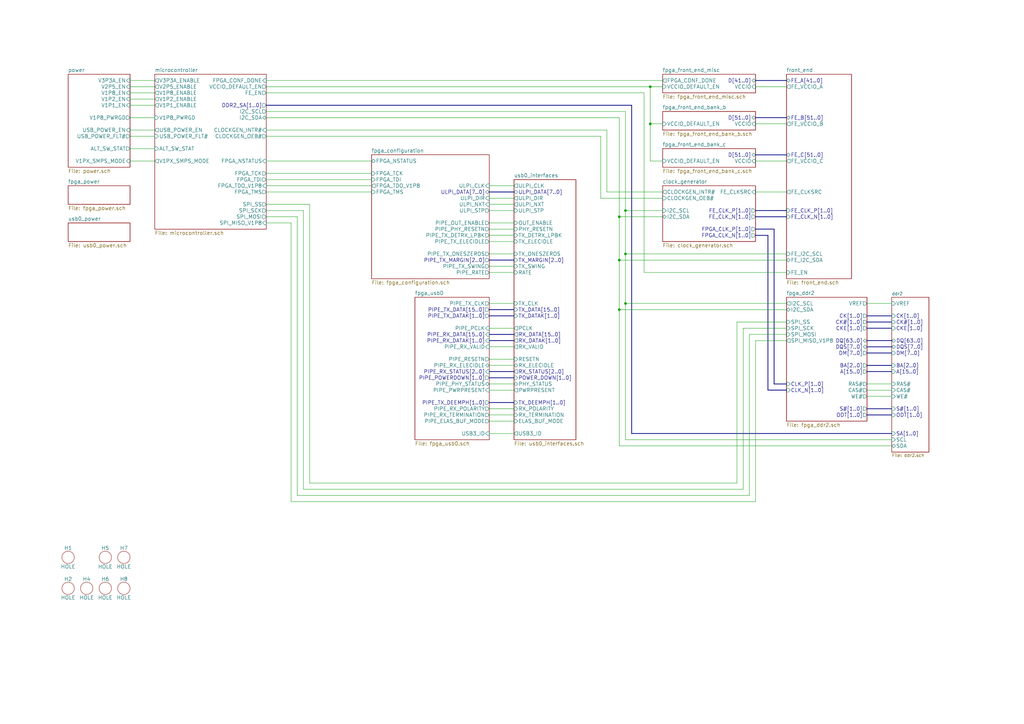
<source format=kicad_sch>
(kicad_sch (version 20230121) (generator eeschema)
  (paper "A3")
  (title_block (title "Daisho Project Main Board") (date "10 Oct 2014") (rev "0") (company "ShareBrained Technology, Inc.") (comment 1 "Copyright © 2013 Jared Boone") (comment 2 "License: GNU General Public License, version 2"))
  (lib_symbols
    (symbol "hole:HOLE" (pin_names (offset 1.016))
      (property "Reference" "H" (at 0 3.81 0))
      (property "Value" "HOLE" (at 0 -3.81 0))
      (symbol "HOLE_0_1"
        (circle (center 0 0) (radius 2.54))
      )
    )
  )
  (junction (at 256.54 104.14))
  (junction (at 256.54 124.46))
  (junction (at 256.54 86.36))
  (junction (at 266.7 35.56))
  (junction (at 266.7 50.8))
  (junction (at 254 106.68))
  (junction (at 254 127))
  (junction (at 254 88.9))
  (wire (pts (xy 271.78 66.04) (xy 266.7 66.04)))
  (wire (pts (xy 322.58 111.76) (xy 264.16 111.76)))
  (bus (pts (xy 210.82 127) (xy 200.66 127)))
  (wire (pts (xy 200.66 76.2) (xy 210.82 76.2)))
  (wire (pts (xy 210.82 167.64) (xy 200.66 167.64)))
  (wire (pts (xy 254 106.68) (xy 254 127)))
  (wire (pts (xy 152.4 76.2) (xy 109.22 76.2)))
  (wire (pts (xy 256.54 104.14) (xy 256.54 124.46)))
  (bus (pts (xy 309.88 86.36) (xy 322.58 86.36)))
  (bus (pts (xy 365.76 177.8) (xy 259.08 177.8)))
  (bus (pts (xy 309.88 63.5) (xy 322.58 63.5)))
  (wire (pts (xy 109.22 88.9) (xy 121.92 88.9)))
  (wire (pts (xy 246.38 55.88) (xy 109.22 55.88)))
  (wire (pts (xy 246.38 55.88) (xy 246.38 81.28)))
  (wire (pts (xy 200.66 96.52) (xy 210.82 96.52)))
  (wire (pts (xy 124.46 86.36) (xy 109.22 86.36)))
  (wire (pts (xy 127 198.12) (xy 302.26 198.12)))
  (wire (pts (xy 200.66 83.82) (xy 210.82 83.82)))
  (wire (pts (xy 53.34 60.96) (xy 63.5 60.96)))
  (wire (pts (xy 121.92 203.2) (xy 307.34 203.2)))
  (wire (pts (xy 322.58 127) (xy 254 127)))
  (wire (pts (xy 210.82 157.48) (xy 200.66 157.48)))
  (wire (pts (xy 302.26 132.08) (xy 322.58 132.08)))
  (bus (pts (xy 200.66 139.7) (xy 210.82 139.7)))
  (wire (pts (xy 256.54 45.72) (xy 256.54 86.36)))
  (wire (pts (xy 307.34 203.2) (xy 307.34 137.16)))
  (wire (pts (xy 266.7 50.8) (xy 266.7 35.56)))
  (wire (pts (xy 309.88 66.04) (xy 322.58 66.04)))
  (wire (pts (xy 309.88 50.8) (xy 322.58 50.8)))
  (wire (pts (xy 309.88 78.74) (xy 322.58 78.74)))
  (wire (pts (xy 365.76 182.88) (xy 254 182.88)))
  (bus (pts (xy 309.88 48.26) (xy 322.58 48.26)))
  (wire (pts (xy 200.66 91.44) (xy 210.82 91.44)))
  (wire (pts (xy 355.6 157.48) (xy 365.76 157.48)))
  (wire (pts (xy 53.34 33.02) (xy 63.5 33.02)))
  (wire (pts (xy 53.34 35.56) (xy 63.5 35.56)))
  (wire (pts (xy 210.82 172.72) (xy 200.66 172.72)))
  (wire (pts (xy 210.82 109.22) (xy 200.66 109.22)))
  (wire (pts (xy 309.88 205.74) (xy 119.38 205.74)))
  (wire (pts (xy 119.38 91.44) (xy 109.22 91.44)))
  (wire (pts (xy 254 127) (xy 254 182.88)))
  (wire (pts (xy 266.7 66.04) (xy 266.7 50.8)))
  (wire (pts (xy 200.66 111.76) (xy 210.82 111.76)))
  (bus (pts (xy 200.66 154.94) (xy 210.82 154.94)))
  (wire (pts (xy 121.92 88.9) (xy 121.92 203.2)))
  (wire (pts (xy 322.58 139.7) (xy 309.88 139.7)))
  (wire (pts (xy 124.46 200.66) (xy 124.46 86.36)))
  (wire (pts (xy 271.78 35.56) (xy 266.7 35.56)))
  (wire (pts (xy 254 88.9) (xy 254 106.68)))
  (wire (pts (xy 63.5 38.1) (xy 53.34 38.1)))
  (wire (pts (xy 109.22 83.82) (xy 127 83.82)))
  (bus (pts (xy 200.66 129.54) (xy 210.82 129.54)))
  (wire (pts (xy 63.5 43.18) (xy 53.34 43.18)))
  (bus (pts (xy 317.5 157.48) (xy 317.5 93.98)))
  (wire (pts (xy 256.54 180.34) (xy 365.76 180.34)))
  (bus (pts (xy 314.96 96.52) (xy 309.88 96.52)))
  (wire (pts (xy 210.82 99.06) (xy 200.66 99.06)))
  (bus (pts (xy 309.88 33.02) (xy 322.58 33.02)))
  (bus (pts (xy 322.58 160.02) (xy 314.96 160.02)))
  (wire (pts (xy 322.58 124.46) (xy 256.54 124.46)))
  (wire (pts (xy 200.66 160.02) (xy 210.82 160.02)))
  (wire (pts (xy 254 106.68) (xy 322.58 106.68)))
  (bus (pts (xy 210.82 152.4) (xy 200.66 152.4)))
  (wire (pts (xy 271.78 50.8) (xy 266.7 50.8)))
  (wire (pts (xy 200.66 177.8) (xy 210.82 177.8)))
  (wire (pts (xy 309.88 139.7) (xy 309.88 205.74)))
  (wire (pts (xy 210.82 93.98) (xy 200.66 93.98)))
  (wire (pts (xy 271.78 78.74) (xy 248.92 78.74)))
  (wire (pts (xy 256.54 124.46) (xy 256.54 180.34)))
  (wire (pts (xy 355.6 160.02) (xy 365.76 160.02)))
  (wire (pts (xy 322.58 35.56) (xy 309.88 35.56)))
  (bus (pts (xy 210.82 137.16) (xy 200.66 137.16)))
  (wire (pts (xy 210.82 86.36) (xy 200.66 86.36)))
  (wire (pts (xy 256.54 86.36) (xy 256.54 104.14)))
  (bus (pts (xy 355.6 170.18) (xy 365.76 170.18)))
  (wire (pts (xy 200.66 104.14) (xy 210.82 104.14)))
  (wire (pts (xy 246.38 81.28) (xy 271.78 81.28)))
  (wire (pts (xy 264.16 111.76) (xy 264.16 38.1)))
  (wire (pts (xy 109.22 48.26) (xy 254 48.26)))
  (wire (pts (xy 109.22 53.34) (xy 248.92 53.34)))
  (bus (pts (xy 355.6 142.24) (xy 365.76 142.24)))
  (wire (pts (xy 53.34 40.64) (xy 63.5 40.64)))
  (bus (pts (xy 314.96 160.02) (xy 314.96 96.52)))
  (wire (pts (xy 152.4 71.12) (xy 109.22 71.12)))
  (wire (pts (xy 210.82 147.32) (xy 200.66 147.32)))
  (wire (pts (xy 119.38 205.74) (xy 119.38 91.44)))
  (bus (pts (xy 322.58 88.9) (xy 309.88 88.9)))
  (wire (pts (xy 200.66 124.46) (xy 210.82 124.46)))
  (wire (pts (xy 109.22 73.66) (xy 152.4 73.66)))
  (wire (pts (xy 63.5 48.26) (xy 53.34 48.26)))
  (bus (pts (xy 317.5 93.98) (xy 309.88 93.98)))
  (wire (pts (xy 264.16 38.1) (xy 109.22 38.1)))
  (wire (pts (xy 254 48.26) (xy 254 88.9)))
  (bus (pts (xy 355.6 152.4) (xy 365.76 152.4)))
  (bus (pts (xy 355.6 144.78) (xy 365.76 144.78)))
  (wire (pts (xy 304.8 134.62) (xy 304.8 200.66)))
  (wire (pts (xy 127 83.82) (xy 127 198.12)))
  (wire (pts (xy 304.8 200.66) (xy 124.46 200.66)))
  (wire (pts (xy 302.26 198.12) (xy 302.26 132.08)))
  (wire (pts (xy 271.78 86.36) (xy 256.54 86.36)))
  (wire (pts (xy 210.82 81.28) (xy 200.66 81.28)))
  (wire (pts (xy 266.7 35.56) (xy 109.22 35.56)))
  (wire (pts (xy 248.92 53.34) (xy 248.92 78.74)))
  (wire (pts (xy 200.66 170.18) (xy 210.82 170.18)))
  (bus (pts (xy 200.66 78.74) (xy 210.82 78.74)))
  (wire (pts (xy 355.6 124.46) (xy 365.76 124.46)))
  (bus (pts (xy 259.08 177.8) (xy 259.08 43.18)))
  (wire (pts (xy 210.82 134.62) (xy 200.66 134.62)))
  (wire (pts (xy 109.22 66.04) (xy 152.4 66.04)))
  (bus (pts (xy 355.6 149.86) (xy 365.76 149.86)))
  (wire (pts (xy 53.34 53.34) (xy 63.5 53.34)))
  (wire (pts (xy 271.78 88.9) (xy 254 88.9)))
  (bus (pts (xy 365.76 132.08) (xy 355.6 132.08)))
  (wire (pts (xy 322.58 134.62) (xy 304.8 134.62)))
  (bus (pts (xy 355.6 134.62) (xy 365.76 134.62)))
  (wire (pts (xy 109.22 78.74) (xy 152.4 78.74)))
  (bus (pts (xy 200.66 165.1) (xy 210.82 165.1)))
  (wire (pts (xy 355.6 162.56) (xy 365.76 162.56)))
  (bus (pts (xy 200.66 106.68) (xy 210.82 106.68)))
  (wire (pts (xy 63.5 66.04) (xy 53.34 66.04)))
  (wire (pts (xy 256.54 45.72) (xy 109.22 45.72)))
  (wire (pts (xy 256.54 104.14) (xy 322.58 104.14)))
  (bus (pts (xy 355.6 139.7) (xy 365.76 139.7)))
  (wire (pts (xy 200.66 142.24) (xy 210.82 142.24)))
  (bus (pts (xy 355.6 129.54) (xy 365.76 129.54)))
  (wire (pts (xy 307.34 137.16) (xy 322.58 137.16)))
  (wire (pts (xy 109.22 33.02) (xy 271.78 33.02)))
  (bus (pts (xy 259.08 43.18) (xy 109.22 43.18)))
  (wire (pts (xy 200.66 149.86) (xy 210.82 149.86)))
  (wire (pts (xy 63.5 55.88) (xy 53.34 55.88)))
  (bus (pts (xy 322.58 157.48) (xy 317.5 157.48)))
  (bus (pts (xy 365.76 167.64) (xy 355.6 167.64)))
  (symbol (lib_id "hole:HOLE") (at 27.94 228.6 0) (unit 1)
    (property "Reference" "H1" (at 27.94 224.79 0) (effects (font (size 1.524 1.524))))
    (property "Value" "HOLE" (at 27.94 232.41 0) (effects (font (size 1.524 1.524))))
    (property "Note" "DNP" (effects hide))
  )
  (symbol (lib_id "hole:HOLE") (at 43.18 228.6 0) (unit 1)
    (property "Reference" "H5" (at 43.18 224.79 0) (effects (font (size 1.524 1.524))))
    (property "Value" "HOLE" (at 43.18 232.41 0) (effects (font (size 1.524 1.524))))
    (property "Note" "DNP" (effects hide))
  )
  (symbol (lib_id "hole:HOLE") (at 50.8 228.6 0) (unit 1)
    (property "Reference" "H7" (at 50.8 224.79 0) (effects (font (size 1.524 1.524))))
    (property "Value" "HOLE" (at 50.8 232.41 0) (effects (font (size 1.524 1.524))))
    (property "Note" "DNP" (effects hide))
  )
  (symbol (lib_id "hole:HOLE") (at 27.94 241.3 0) (unit 1)
    (property "Reference" "H2" (at 27.94 237.49 0) (effects (font (size 1.524 1.524))))
    (property "Value" "HOLE" (at 27.94 245.11 0) (effects (font (size 1.524 1.524))))
    (property "Note" "DNP" (effects hide))
  )
  (symbol (lib_id "hole:HOLE") (at 35.56 241.3 0) (unit 1)
    (property "Reference" "H4" (at 35.56 237.49 0) (effects (font (size 1.524 1.524))))
    (property "Value" "HOLE" (at 35.56 245.11 0) (effects (font (size 1.524 1.524))))
    (property "Note" "DNP" (effects hide))
  )
  (symbol (lib_id "hole:HOLE") (at 43.18 241.3 0) (unit 1)
    (property "Reference" "H6" (at 43.18 237.49 0) (effects (font (size 1.524 1.524))))
    (property "Value" "HOLE" (at 43.18 245.11 0) (effects (font (size 1.524 1.524))))
    (property "Note" "DNP" (effects hide))
  )
  (symbol (lib_id "hole:HOLE") (at 50.8 241.3 0) (unit 1)
    (property "Reference" "H8" (at 50.8 237.49 0) (effects (font (size 1.524 1.524))))
    (property "Value" "HOLE" (at 50.8 245.11 0) (effects (font (size 1.524 1.524))))
    (property "Note" "DNP" (effects hide))
  )
  (sheet (at 365.76 121.92) (size 15.24 63.5)
    (property "Sheetname" "ddr2" (at 365.76 121.2084 0) (effects (justify left bottom)))
    (property "Sheetfile" "ddr2.sch" (at 365.76 186.0046 0) (effects (justify left top)))
    (pin "DQ[63..0]" bidirectional (at 365.76 139.7 180) (effects (font (size 1.524 1.524))))
    (pin "DM[7..0]" input (at 365.76 144.78 180) (effects (font (size 1.524 1.524))))
    (pin "DQS[7..0]" bidirectional (at 365.76 142.24 180) (effects (font (size 1.524 1.524))))
    (pin "SA[1..0]" input (at 365.76 177.8 180) (effects (font (size 1.524 1.524))))
    (pin "SDA" bidirectional (at 365.76 182.88 180) (effects (font (size 1.524 1.524))))
    (pin "SCL" input (at 365.76 180.34 180) (effects (font (size 1.524 1.524))))
    (pin "ODT[1..0]" input (at 365.76 170.18 180) (effects (font (size 1.524 1.524))))
    (pin "WE#" input (at 365.76 162.56 180) (effects (font (size 1.524 1.524))))
    (pin "CAS#" input (at 365.76 160.02 180) (effects (font (size 1.524 1.524))))
    (pin "RAS#" input (at 365.76 157.48 180) (effects (font (size 1.524 1.524))))
    (pin "A[15..0]" input (at 365.76 152.4 180) (effects (font (size 1.524 1.524))))
    (pin "BA[2..0]" input (at 365.76 149.86 180) (effects (font (size 1.524 1.524))))
    (pin "CKE[1..0]" input (at 365.76 134.62 180) (effects (font (size 1.524 1.524))))
    (pin "CK#[1..0]" input (at 365.76 132.08 180) (effects (font (size 1.524 1.524))))
    (pin "CK[1..0]" input (at 365.76 129.54 180) (effects (font (size 1.524 1.524))))
    (pin "S#[1..0]" input (at 365.76 167.64 180) (effects (font (size 1.524 1.524))))
    (pin "VREF" input (at 365.76 124.46 180) (effects (font (size 1.524 1.524))))
  )
  (sheet (at 322.58 121.92) (size 33.02 50.8)
    (property "Sheetname" "fpga_ddr2" (at 322.58 121.0814 0) (effects (font (size 1.524 1.524)) (justify left bottom)))
    (property "Sheetfile" "fpga_ddr2.sch" (at 322.58 173.4062 0) (effects (font (size 1.524 1.524)) (justify left top)))
    (pin "A[15..0]" output (at 355.6 152.4 0) (effects (font (size 1.524 1.524))))
    (pin "BA[2..0]" output (at 355.6 149.86 0) (effects (font (size 1.524 1.524))))
    (pin "WE#" output (at 355.6 162.56 0) (effects (font (size 1.524 1.524))))
    (pin "CAS#" output (at 355.6 160.02 0) (effects (font (size 1.524 1.524))))
    (pin "RAS#" output (at 355.6 157.48 0) (effects (font (size 1.524 1.524))))
    (pin "ODT[1..0]" output (at 355.6 170.18 0) (effects (font (size 1.524 1.524))))
    (pin "CK#[1..0]" output (at 355.6 132.08 0) (effects (font (size 1.524 1.524))))
    (pin "CKE[1..0]" output (at 355.6 134.62 0) (effects (font (size 1.524 1.524))))
    (pin "DQ[63..0]" bidirectional (at 355.6 139.7 0) (effects (font (size 1.524 1.524))))
    (pin "DQS[7..0]" bidirectional (at 355.6 142.24 0) (effects (font (size 1.524 1.524))))
    (pin "DM[7..0]" output (at 355.6 144.78 0) (effects (font (size 1.524 1.524))))
    (pin "CK[1..0]" output (at 355.6 129.54 0) (effects (font (size 1.524 1.524))))
    (pin "CLK_N[1..0]" input (at 322.58 160.02 180) (effects (font (size 1.524 1.524))))
    (pin "CLK_P[1..0]" input (at 322.58 157.48 180) (effects (font (size 1.524 1.524))))
    (pin "S#[1..0]" output (at 355.6 167.64 0) (effects (font (size 1.524 1.524))))
    (pin "VREF" output (at 355.6 124.46 0) (effects (font (size 1.524 1.524))))
    (pin "I2C_SCL" output (at 322.58 124.46 180) (effects (font (size 1.524 1.524))))
    (pin "I2C_SDA" bidirectional (at 322.58 127 180) (effects (font (size 1.524 1.524))))
    (pin "SPI_SCK" input (at 322.58 134.62 180) (effects (font (size 1.524 1.524))))
    (pin "SPI_SS" input (at 322.58 132.08 180) (effects (font (size 1.524 1.524))))
    (pin "SPI_MOSI" input (at 322.58 137.16 180) (effects (font (size 1.524 1.524))))
    (pin "SPI_MISO_V1P8" output (at 322.58 139.7 180) (effects (font (size 1.524 1.524))))
  )
  (sheet (at 27.94 76.2) (size 25.4 7.62)
    (property "Sheetname" "fpga_power" (at 27.94 75.3614 0) (effects (font (size 1.524 1.524)) (justify left bottom)))
    (property "Sheetfile" "fpga_power.sch" (at 27.94 84.5062 0) (effects (font (size 1.524 1.524)) (justify left top)))
  )
  (sheet (at 27.94 91.44) (size 25.4 7.62)
    (property "Sheetname" "usb0_power" (at 27.94 90.6014 0) (effects (font (size 1.524 1.524)) (justify left bottom)))
    (property "Sheetfile" "usb0_power.sch" (at 27.94 99.7462 0) (effects (font (size 1.524 1.524)) (justify left top)))
  )
  (sheet (at 210.82 73.66) (size 25.4 106.68)
    (property "Sheetname" "usb0_interfaces" (at 210.82 72.8214 0) (effects (font (size 1.524 1.524)) (justify left bottom)))
    (property "Sheetfile" "usb0_interfaces.sch" (at 210.82 181.0262 0) (effects (font (size 1.524 1.524)) (justify left top)))
    (pin "RX_VALID" output (at 210.82 142.24 180) (effects (font (size 1.524 1.524))))
    (pin "RX_DATAK[1..0]" output (at 210.82 139.7 180) (effects (font (size 1.524 1.524))))
    (pin "RX_DATA[15..0]" output (at 210.82 137.16 180) (effects (font (size 1.524 1.524))))
    (pin "PCLK" output (at 210.82 134.62 180) (effects (font (size 1.524 1.524))))
    (pin "TX_CLK" input (at 210.82 124.46 180) (effects (font (size 1.524 1.524))))
    (pin "TX_DATA[15..0]" input (at 210.82 127 180) (effects (font (size 1.524 1.524))))
    (pin "TX_DATAK[1..0]" input (at 210.82 129.54 180) (effects (font (size 1.524 1.524))))
    (pin "ULPI_NXT" output (at 210.82 83.82 180) (effects (font (size 1.524 1.524))))
    (pin "ULPI_DIR" output (at 210.82 81.28 180) (effects (font (size 1.524 1.524))))
    (pin "ULPI_CLK" output (at 210.82 76.2 180) (effects (font (size 1.524 1.524))))
    (pin "ULPI_STP" input (at 210.82 86.36 180) (effects (font (size 1.524 1.524))))
    (pin "ULPI_DATA[7..0]" bidirectional (at 210.82 78.74 180) (effects (font (size 1.524 1.524))))
    (pin "RESETN" input (at 210.82 147.32 180) (effects (font (size 1.524 1.524))))
    (pin "OUT_ENABLE" input (at 210.82 91.44 180) (effects (font (size 1.524 1.524))))
    (pin "PHY_RESETN" input (at 210.82 93.98 180) (effects (font (size 1.524 1.524))))
    (pin "TX_DETRX_LPBK" input (at 210.82 96.52 180) (effects (font (size 1.524 1.524))))
    (pin "TX_ELECIDLE" input (at 210.82 99.06 180) (effects (font (size 1.524 1.524))))
    (pin "RX_ELECIDLE" bidirectional (at 210.82 149.86 180) (effects (font (size 1.524 1.524))))
    (pin "RX_STATUS[2..0]" output (at 210.82 152.4 180) (effects (font (size 1.524 1.524))))
    (pin "POWER_DOWN[1..0]" input (at 210.82 154.94 180) (effects (font (size 1.524 1.524))))
    (pin "PHY_STATUS" bidirectional (at 210.82 157.48 180) (effects (font (size 1.524 1.524))))
    (pin "PWRPRESENT" output (at 210.82 160.02 180) (effects (font (size 1.524 1.524))))
    (pin "TX_ONESZEROS" input (at 210.82 104.14 180) (effects (font (size 1.524 1.524))))
    (pin "TX_DEEMPH[1..0]" input (at 210.82 165.1 180) (effects (font (size 1.524 1.524))))
    (pin "TX_MARGIN[2..0]" input (at 210.82 106.68 180) (effects (font (size 1.524 1.524))))
    (pin "TX_SWING" input (at 210.82 109.22 180) (effects (font (size 1.524 1.524))))
    (pin "RX_POLARITY" input (at 210.82 167.64 180) (effects (font (size 1.524 1.524))))
    (pin "RX_TERMINATION" input (at 210.82 170.18 180) (effects (font (size 1.524 1.524))))
    (pin "RATE" input (at 210.82 111.76 180) (effects (font (size 1.524 1.524))))
    (pin "ELAS_BUF_MODE" input (at 210.82 172.72 180) (effects (font (size 1.524 1.524))))
    (pin "USB3_ID" output (at 210.82 177.8 180) (effects (font (size 1.524 1.524))))
  )
  (sheet (at 27.94 30.48) (size 25.4 38.1)
    (property "Sheetname" "power" (at 27.94 29.6414 0) (effects (font (size 1.524 1.524)) (justify left bottom)))
    (property "Sheetfile" "power.sch" (at 27.94 69.2662 0) (effects (font (size 1.524 1.524)) (justify left top)))
    (pin "V1PX_SMPS_MODE" input (at 53.34 66.04 0) (effects (font (size 1.524 1.524))))
    (pin "V1P1_EN" input (at 53.34 43.18 0) (effects (font (size 1.524 1.524))))
    (pin "V1P2_EN" input (at 53.34 40.64 0) (effects (font (size 1.524 1.524))))
    (pin "V1P8_PWRGD" output (at 53.34 48.26 0) (effects (font (size 1.524 1.524))))
    (pin "USB_POWER_FLT#" output (at 53.34 55.88 0) (effects (font (size 1.524 1.524))))
    (pin "USB_POWER_EN" input (at 53.34 53.34 0) (effects (font (size 1.524 1.524))))
    (pin "ALT_SW_STAT" output (at 53.34 60.96 0) (effects (font (size 1.524 1.524))))
    (pin "V2P5_EN" input (at 53.34 35.56 0) (effects (font (size 1.524 1.524))))
    (pin "V3P3A_EN" input (at 53.34 33.02 0) (effects (font (size 1.524 1.524))))
    (pin "V1P8_EN" input (at 53.34 38.1 0) (effects (font (size 1.524 1.524))))
  )
  (sheet (at 170.18 121.92) (size 30.48 58.42)
    (property "Sheetname" "fpga_usb0" (at 170.18 121.0814 0) (effects (font (size 1.524 1.524)) (justify left bottom)))
    (property "Sheetfile" "fpga_usb0.sch" (at 170.18 181.0262 0) (effects (font (size 1.524 1.524)) (justify left top)))
    (pin "PIPE_RESETN" output (at 200.66 147.32 0) (effects (font (size 1.524 1.524))))
    (pin "PIPE_PWRPRESENT" input (at 200.66 160.02 0) (effects (font (size 1.524 1.524))))
    (pin "PIPE_PHY_STATUS" bidirectional (at 200.66 157.48 0) (effects (font (size 1.524 1.524))))
    (pin "PIPE_POWERDOWN[1..0]" output (at 200.66 154.94 0) (effects (font (size 1.524 1.524))))
    (pin "PIPE_RX_ELECIDLE" bidirectional (at 200.66 149.86 0) (effects (font (size 1.524 1.524))))
    (pin "PIPE_RX_STATUS[2..0]" input (at 200.66 152.4 0) (effects (font (size 1.524 1.524))))
    (pin "PIPE_RX_VALID" input (at 200.66 142.24 0) (effects (font (size 1.524 1.524))))
    (pin "PIPE_RX_DATAK[1..0]" input (at 200.66 139.7 0) (effects (font (size 1.524 1.524))))
    (pin "PIPE_RX_DATA[15..0]" input (at 200.66 137.16 0) (effects (font (size 1.524 1.524))))
    (pin "PIPE_PCLK" input (at 200.66 134.62 0) (effects (font (size 1.524 1.524))))
    (pin "PIPE_TX_DATAK[1..0]" output (at 200.66 129.54 0) (effects (font (size 1.524 1.524))))
    (pin "PIPE_TX_DATA[15..0]" output (at 200.66 127 0) (effects (font (size 1.524 1.524))))
    (pin "PIPE_TX_CLK" output (at 200.66 124.46 0) (effects (font (size 1.524 1.524))))
    (pin "PIPE_ELAS_BUF_MODE" output (at 200.66 172.72 0) (effects (font (size 1.524 1.524))))
    (pin "PIPE_RX_TERMINATION" output (at 200.66 170.18 0) (effects (font (size 1.524 1.524))))
    (pin "PIPE_RX_POLARITY" output (at 200.66 167.64 0) (effects (font (size 1.524 1.524))))
    (pin "PIPE_TX_DEEMPH[1..0]" output (at 200.66 165.1 0) (effects (font (size 1.524 1.524))))
    (pin "USB3_ID" input (at 200.66 177.8 0) (effects (font (size 1.524 1.524))))
  )
  (sheet (at 152.4 63.5) (size 48.26 50.8)
    (property "Sheetname" "fpga_configuration" (at 152.4 62.6614 0) (effects (font (size 1.524 1.524)) (justify left bottom)))
    (property "Sheetfile" "fpga_configuration.sch" (at 152.4 114.9862 0) (effects (font (size 1.524 1.524)) (justify left top)))
    (pin "FPGA_TMS" input (at 152.4 78.74 180) (effects (font (size 1.524 1.524))))
    (pin "FPGA_TCK" input (at 152.4 71.12 180) (effects (font (size 1.524 1.524))))
    (pin "FPGA_TDI" input (at 152.4 73.66 180) (effects (font (size 1.524 1.524))))
    (pin "FPGA_NSTATUS" bidirectional (at 152.4 66.04 180) (effects (font (size 1.524 1.524))))
    (pin "ULPI_DATA[7..0]" bidirectional (at 200.66 78.74 0) (effects (font (size 1.524 1.524))))
    (pin "ULPI_NXT" input (at 200.66 83.82 0) (effects (font (size 1.524 1.524))))
    (pin "ULPI_DIR" input (at 200.66 81.28 0) (effects (font (size 1.524 1.524))))
    (pin "ULPI_STP" output (at 200.66 86.36 0) (effects (font (size 1.524 1.524))))
    (pin "ULPI_CLK" input (at 200.66 76.2 0) (effects (font (size 1.524 1.524))))
    (pin "PIPE_TX_ELECIDLE" output (at 200.66 99.06 0) (effects (font (size 1.524 1.524))))
    (pin "PIPE_PHY_RESETN" output (at 200.66 93.98 0) (effects (font (size 1.524 1.524))))
    (pin "PIPE_TX_DETRX_LPBK" output (at 200.66 96.52 0) (effects (font (size 1.524 1.524))))
    (pin "PIPE_OUT_ENABLE" output (at 200.66 91.44 0) (effects (font (size 1.524 1.524))))
    (pin "PIPE_TX_ONESZEROS" output (at 200.66 104.14 0) (effects (font (size 1.524 1.524))))
    (pin "PIPE_TX_MARGIN[2..0]" output (at 200.66 106.68 0) (effects (font (size 1.524 1.524))))
    (pin "PIPE_TX_SWING" output (at 200.66 109.22 0) (effects (font (size 1.524 1.524))))
    (pin "PIPE_RATE" output (at 200.66 111.76 0) (effects (font (size 1.524 1.524))))
    (pin "FPGA_TDO_V1P8" output (at 152.4 76.2 180) (effects (font (size 1.524 1.524))))
  )
  (sheet (at 271.78 60.96) (size 38.1 7.62)
    (property "Sheetname" "fpga_front_end_bank_c" (at 271.78 60.1214 0) (effects (font (size 1.524 1.524)) (justify left bottom)))
    (property "Sheetfile" "fpga_front_end_bank_c.sch" (at 271.78 69.2662 0) (effects (font (size 1.524 1.524)) (justify left top)))
    (pin "D[51..0]" bidirectional (at 309.88 63.5 0) (effects (font (size 1.524 1.524))))
    (pin "VCCIO" input (at 309.88 66.04 0) (effects (font (size 1.524 1.524))))
    (pin "VCCIO_DEFAULT_EN" input (at 271.78 66.04 180) (effects (font (size 1.524 1.524))))
  )
  (sheet (at 271.78 45.72) (size 38.1 7.62)
    (property "Sheetname" "fpga_front_end_bank_b" (at 271.78 44.8814 0) (effects (font (size 1.524 1.524)) (justify left bottom)))
    (property "Sheetfile" "fpga_front_end_bank_b.sch" (at 271.78 54.0262 0) (effects (font (size 1.524 1.524)) (justify left top)))
    (pin "D[51..0]" bidirectional (at 309.88 48.26 0) (effects (font (size 1.524 1.524))))
    (pin "VCCIO" input (at 309.88 50.8 0) (effects (font (size 1.524 1.524))))
    (pin "VCCIO_DEFAULT_EN" input (at 271.78 50.8 180) (effects (font (size 1.524 1.524))))
  )
  (sheet (at 322.58 30.48) (size 26.67 83.82)
    (property "Sheetname" "front_end" (at 322.58 29.6414 0) (effects (font (size 1.524 1.524)) (justify left bottom)))
    (property "Sheetfile" "front_end.sch" (at 322.58 114.9862 0) (effects (font (size 1.524 1.524)) (justify left top)))
    (pin "FE_B[51..0]" bidirectional (at 322.58 48.26 180) (effects (font (size 1.524 1.524))))
    (pin "FE_C[51..0]" bidirectional (at 322.58 63.5 180) (effects (font (size 1.524 1.524))))
    (pin "FE_CLKSRC" output (at 322.58 78.74 180) (effects (font (size 1.524 1.524))))
    (pin "FE_VCCIO_B" output (at 322.58 50.8 180) (effects (font (size 1.524 1.524))))
    (pin "FE_VCCIO_C" output (at 322.58 66.04 180) (effects (font (size 1.524 1.524))))
    (pin "FE_I2C_SDA" bidirectional (at 322.58 106.68 180) (effects (font (size 1.524 1.524))))
    (pin "FE_I2C_SCL" input (at 322.58 104.14 180) (effects (font (size 1.524 1.524))))
    (pin "FE_A[41..0]" bidirectional (at 322.58 33.02 180) (effects (font (size 1.524 1.524))))
    (pin "FE_VCCIO_A" output (at 322.58 35.56 180) (effects (font (size 1.524 1.524))))
    (pin "FE_CLK_N[1..0]" input (at 322.58 88.9 180) (effects (font (size 1.524 1.524))))
    (pin "FE_CLK_P[1..0]" input (at 322.58 86.36 180) (effects (font (size 1.524 1.524))))
    (pin "FE_EN" input (at 322.58 111.76 180) (effects (font (size 1.524 1.524))))
  )
  (sheet (at 271.78 30.48) (size 38.1 7.62)
    (property "Sheetname" "fpga_front_end_misc" (at 271.78 29.6414 0) (effects (font (size 1.524 1.524)) (justify left bottom)))
    (property "Sheetfile" "fpga_front_end_misc.sch" (at 271.78 38.7862 0) (effects (font (size 1.524 1.524)) (justify left top)))
    (pin "VCCIO" input (at 309.88 35.56 0) (effects (font (size 1.524 1.524))))
    (pin "D[41..0]" bidirectional (at 309.88 33.02 0) (effects (font (size 1.524 1.524))))
    (pin "FPGA_CONF_DONE" output (at 271.78 33.02 180) (effects (font (size 1.524 1.524))))
    (pin "VCCIO_DEFAULT_EN" input (at 271.78 35.56 180) (effects (font (size 1.524 1.524))))
  )
  (sheet (at 63.5 30.48) (size 45.72 63.5)
    (property "Sheetname" "microcontroller" (at 63.5 29.6414 0) (effects (font (size 1.524 1.524)) (justify left bottom)))
    (property "Sheetfile" "microcontroller.sch" (at 63.5 94.6662 0) (effects (font (size 1.524 1.524)) (justify left top)))
    (pin "FPGA_TMS" output (at 109.22 78.74 0) (effects (font (size 1.524 1.524))))
    (pin "FPGA_TCK" output (at 109.22 71.12 0) (effects (font (size 1.524 1.524))))
    (pin "FPGA_TDI" output (at 109.22 73.66 0) (effects (font (size 1.524 1.524))))
    (pin "FPGA_NSTATUS" input (at 109.22 66.04 0) (effects (font (size 1.524 1.524))))
    (pin "FPGA_CONF_DONE" input (at 109.22 33.02 0) (effects (font (size 1.524 1.524))))
    (pin "I2C_SDA" bidirectional (at 109.22 48.26 0) (effects (font (size 1.524 1.524))))
    (pin "I2C_SCL" output (at 109.22 45.72 0) (effects (font (size 1.524 1.524))))
    (pin "SPI_MOSI" output (at 109.22 88.9 0) (effects (font (size 1.524 1.524))))
    (pin "V1P1_ENABLE" output (at 63.5 43.18 180) (effects (font (size 1.524 1.524))))
    (pin "V1P2_ENABLE" output (at 63.5 40.64 180) (effects (font (size 1.524 1.524))))
    (pin "V1P8_ENABLE" output (at 63.5 38.1 180) (effects (font (size 1.524 1.524))))
    (pin "V2P5_ENABLE" output (at 63.5 35.56 180) (effects (font (size 1.524 1.524))))
    (pin "CLOCKGEN_OEB#" output (at 109.22 55.88 0) (effects (font (size 1.524 1.524))))
    (pin "V1PX_SMPS_MODE" output (at 63.5 66.04 180) (effects (font (size 1.524 1.524))))
    (pin "ALT_SW_STAT" input (at 63.5 60.96 180) (effects (font (size 1.524 1.524))))
    (pin "USB_POWER_FLT#" input (at 63.5 55.88 180) (effects (font (size 1.524 1.524))))
    (pin "USB_POWER_EN" output (at 63.5 53.34 180) (effects (font (size 1.524 1.524))))
    (pin "V1P8_PWRGD" input (at 63.5 48.26 180) (effects (font (size 1.524 1.524))))
    (pin "FE_EN" output (at 109.22 38.1 0) (effects (font (size 1.524 1.524))))
    (pin "VCCIO_DEFAULT_EN" output (at 109.22 35.56 0) (effects (font (size 1.524 1.524))))
    (pin "V3P3A_ENABLE" output (at 63.5 33.02 180) (effects (font (size 1.524 1.524))))
    (pin "DDR2_SA[1..0]" output (at 109.22 43.18 0) (effects (font (size 1.524 1.524))))
    (pin "SPI_SS" output (at 109.22 83.82 0) (effects (font (size 1.524 1.524))))
    (pin "SPI_SCK" output (at 109.22 86.36 0) (effects (font (size 1.524 1.524))))
    (pin "CLOCKGEN_INTR#" input (at 109.22 53.34 0) (effects (font (size 1.524 1.524))))
    (pin "SPI_MISO_V1P8" input (at 109.22 91.44 0) (effects (font (size 1.524 1.524))))
    (pin "FPGA_TDO_V1P8" input (at 109.22 76.2 0) (effects (font (size 1.524 1.524))))
  )
  (sheet (at 271.78 76.2) (size 38.1 22.86)
    (property "Sheetname" "clock_generator" (at 271.78 75.3614 0) (effects (font (size 1.524 1.524)) (justify left bottom)))
    (property "Sheetfile" "clock_generator.sch" (at 271.78 99.7462 0) (effects (font (size 1.524 1.524)) (justify left top)))
    (pin "FE_CLKSRC" input (at 309.88 78.74 0) (effects (font (size 1.524 1.524))))
    (pin "I2C_SDA" bidirectional (at 271.78 88.9 180) (effects (font (size 1.524 1.524))))
    (pin "CLOCKGEN_OEB#" input (at 271.78 81.28 180) (effects (font (size 1.524 1.524))))
    (pin "I2C_SCL" input (at 271.78 86.36 180) (effects (font (size 1.524 1.524))))
    (pin "FPGA_CLK_N[1..0]" output (at 309.88 96.52 0) (effects (font (size 1.524 1.524))))
    (pin "FPGA_CLK_P[1..0]" output (at 309.88 93.98 0) (effects (font (size 1.524 1.524))))
    (pin "FE_CLK_N[1..0]" output (at 309.88 88.9 0) (effects (font (size 1.524 1.524))))
    (pin "FE_CLK_P[1..0]" output (at 309.88 86.36 0) (effects (font (size 1.524 1.524))))
    (pin "CLOCKGEN_INTR#" output (at 271.78 78.74 180) (effects (font (size 1.524 1.524))))
  )
)
</source>
